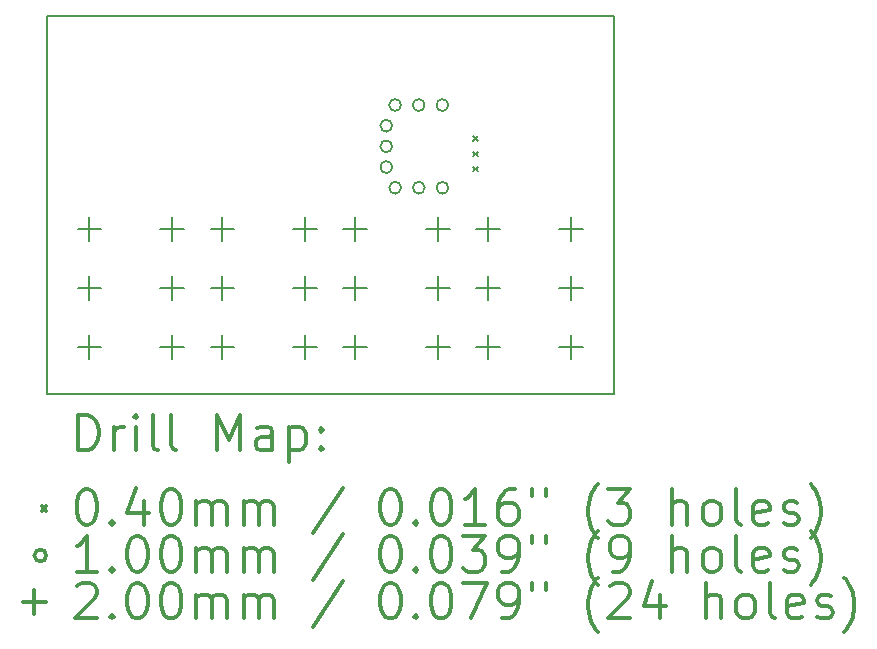
<source format=gbr>
%FSLAX45Y45*%
G04 Gerber Fmt 4.5, Leading zero omitted, Abs format (unit mm)*
G04 Created by KiCad (PCBNEW 4.0.5) date 02/13/17 16:30:59*
%MOMM*%
%LPD*%
G01*
G04 APERTURE LIST*
%ADD10C,0.127000*%
%ADD11C,0.150000*%
%ADD12C,0.200000*%
%ADD13C,0.300000*%
G04 APERTURE END LIST*
D10*
D11*
X6710000Y-10290000D02*
X6710000Y-13490000D01*
X11510000Y-10290000D02*
X6710000Y-10290000D01*
X11510000Y-13490000D02*
X11510000Y-10290000D01*
X11510000Y-13490000D02*
X6710000Y-13490000D01*
D12*
X10319000Y-11306000D02*
X10359000Y-11346000D01*
X10359000Y-11306000D02*
X10319000Y-11346000D01*
X10319000Y-11434000D02*
X10359000Y-11474000D01*
X10359000Y-11434000D02*
X10319000Y-11474000D01*
X10319000Y-11561000D02*
X10359000Y-11601000D01*
X10359000Y-11561000D02*
X10319000Y-11601000D01*
X9631000Y-11215000D02*
G75*
G03X9631000Y-11215000I-50000J0D01*
G01*
X9631000Y-11390000D02*
G75*
G03X9631000Y-11390000I-50000J0D01*
G01*
X9631000Y-11565000D02*
G75*
G03X9631000Y-11565000I-50000J0D01*
G01*
X9706000Y-11040000D02*
G75*
G03X9706000Y-11040000I-50000J0D01*
G01*
X9706000Y-11740000D02*
G75*
G03X9706000Y-11740000I-50000J0D01*
G01*
X9906000Y-11040000D02*
G75*
G03X9906000Y-11040000I-50000J0D01*
G01*
X9906000Y-11740000D02*
G75*
G03X9906000Y-11740000I-50000J0D01*
G01*
X10106000Y-11040000D02*
G75*
G03X10106000Y-11040000I-50000J0D01*
G01*
X10106000Y-11740000D02*
G75*
G03X10106000Y-11740000I-50000J0D01*
G01*
X7068000Y-11990000D02*
X7068000Y-12190000D01*
X6968000Y-12090000D02*
X7168000Y-12090000D01*
X7068000Y-12490000D02*
X7068000Y-12690000D01*
X6968000Y-12590000D02*
X7168000Y-12590000D01*
X7068000Y-12990000D02*
X7068000Y-13190000D01*
X6968000Y-13090000D02*
X7168000Y-13090000D01*
X7769000Y-11990000D02*
X7769000Y-12190000D01*
X7669000Y-12090000D02*
X7869000Y-12090000D01*
X7769000Y-12490000D02*
X7769000Y-12690000D01*
X7669000Y-12590000D02*
X7869000Y-12590000D01*
X7769000Y-12990000D02*
X7769000Y-13190000D01*
X7669000Y-13090000D02*
X7869000Y-13090000D01*
X8193000Y-11990000D02*
X8193000Y-12190000D01*
X8093000Y-12090000D02*
X8293000Y-12090000D01*
X8193000Y-12490000D02*
X8193000Y-12690000D01*
X8093000Y-12590000D02*
X8293000Y-12590000D01*
X8193000Y-12990000D02*
X8193000Y-13190000D01*
X8093000Y-13090000D02*
X8293000Y-13090000D01*
X8894000Y-11990000D02*
X8894000Y-12190000D01*
X8794000Y-12090000D02*
X8994000Y-12090000D01*
X8894000Y-12490000D02*
X8894000Y-12690000D01*
X8794000Y-12590000D02*
X8994000Y-12590000D01*
X8894000Y-12990000D02*
X8894000Y-13190000D01*
X8794000Y-13090000D02*
X8994000Y-13090000D01*
X9318000Y-11990000D02*
X9318000Y-12190000D01*
X9218000Y-12090000D02*
X9418000Y-12090000D01*
X9318000Y-12490000D02*
X9318000Y-12690000D01*
X9218000Y-12590000D02*
X9418000Y-12590000D01*
X9318000Y-12990000D02*
X9318000Y-13190000D01*
X9218000Y-13090000D02*
X9418000Y-13090000D01*
X10019000Y-11990000D02*
X10019000Y-12190000D01*
X9919000Y-12090000D02*
X10119000Y-12090000D01*
X10019000Y-12490000D02*
X10019000Y-12690000D01*
X9919000Y-12590000D02*
X10119000Y-12590000D01*
X10019000Y-12990000D02*
X10019000Y-13190000D01*
X9919000Y-13090000D02*
X10119000Y-13090000D01*
X10443000Y-11990000D02*
X10443000Y-12190000D01*
X10343000Y-12090000D02*
X10543000Y-12090000D01*
X10443000Y-12490000D02*
X10443000Y-12690000D01*
X10343000Y-12590000D02*
X10543000Y-12590000D01*
X10443000Y-12990000D02*
X10443000Y-13190000D01*
X10343000Y-13090000D02*
X10543000Y-13090000D01*
X11144000Y-11990000D02*
X11144000Y-12190000D01*
X11044000Y-12090000D02*
X11244000Y-12090000D01*
X11144000Y-12490000D02*
X11144000Y-12690000D01*
X11044000Y-12590000D02*
X11244000Y-12590000D01*
X11144000Y-12990000D02*
X11144000Y-13190000D01*
X11044000Y-13090000D02*
X11244000Y-13090000D01*
D13*
X6973928Y-13963214D02*
X6973928Y-13663214D01*
X7045357Y-13663214D01*
X7088214Y-13677500D01*
X7116786Y-13706071D01*
X7131071Y-13734643D01*
X7145357Y-13791786D01*
X7145357Y-13834643D01*
X7131071Y-13891786D01*
X7116786Y-13920357D01*
X7088214Y-13948929D01*
X7045357Y-13963214D01*
X6973928Y-13963214D01*
X7273928Y-13963214D02*
X7273928Y-13763214D01*
X7273928Y-13820357D02*
X7288214Y-13791786D01*
X7302500Y-13777500D01*
X7331071Y-13763214D01*
X7359643Y-13763214D01*
X7459643Y-13963214D02*
X7459643Y-13763214D01*
X7459643Y-13663214D02*
X7445357Y-13677500D01*
X7459643Y-13691786D01*
X7473928Y-13677500D01*
X7459643Y-13663214D01*
X7459643Y-13691786D01*
X7645357Y-13963214D02*
X7616786Y-13948929D01*
X7602500Y-13920357D01*
X7602500Y-13663214D01*
X7802500Y-13963214D02*
X7773928Y-13948929D01*
X7759643Y-13920357D01*
X7759643Y-13663214D01*
X8145357Y-13963214D02*
X8145357Y-13663214D01*
X8245357Y-13877500D01*
X8345357Y-13663214D01*
X8345357Y-13963214D01*
X8616786Y-13963214D02*
X8616786Y-13806071D01*
X8602500Y-13777500D01*
X8573929Y-13763214D01*
X8516786Y-13763214D01*
X8488214Y-13777500D01*
X8616786Y-13948929D02*
X8588214Y-13963214D01*
X8516786Y-13963214D01*
X8488214Y-13948929D01*
X8473929Y-13920357D01*
X8473929Y-13891786D01*
X8488214Y-13863214D01*
X8516786Y-13848929D01*
X8588214Y-13848929D01*
X8616786Y-13834643D01*
X8759643Y-13763214D02*
X8759643Y-14063214D01*
X8759643Y-13777500D02*
X8788214Y-13763214D01*
X8845357Y-13763214D01*
X8873929Y-13777500D01*
X8888214Y-13791786D01*
X8902500Y-13820357D01*
X8902500Y-13906071D01*
X8888214Y-13934643D01*
X8873929Y-13948929D01*
X8845357Y-13963214D01*
X8788214Y-13963214D01*
X8759643Y-13948929D01*
X9031071Y-13934643D02*
X9045357Y-13948929D01*
X9031071Y-13963214D01*
X9016786Y-13948929D01*
X9031071Y-13934643D01*
X9031071Y-13963214D01*
X9031071Y-13777500D02*
X9045357Y-13791786D01*
X9031071Y-13806071D01*
X9016786Y-13791786D01*
X9031071Y-13777500D01*
X9031071Y-13806071D01*
X6662500Y-14437500D02*
X6702500Y-14477500D01*
X6702500Y-14437500D02*
X6662500Y-14477500D01*
X7031071Y-14293214D02*
X7059643Y-14293214D01*
X7088214Y-14307500D01*
X7102500Y-14321786D01*
X7116786Y-14350357D01*
X7131071Y-14407500D01*
X7131071Y-14478929D01*
X7116786Y-14536071D01*
X7102500Y-14564643D01*
X7088214Y-14578929D01*
X7059643Y-14593214D01*
X7031071Y-14593214D01*
X7002500Y-14578929D01*
X6988214Y-14564643D01*
X6973928Y-14536071D01*
X6959643Y-14478929D01*
X6959643Y-14407500D01*
X6973928Y-14350357D01*
X6988214Y-14321786D01*
X7002500Y-14307500D01*
X7031071Y-14293214D01*
X7259643Y-14564643D02*
X7273928Y-14578929D01*
X7259643Y-14593214D01*
X7245357Y-14578929D01*
X7259643Y-14564643D01*
X7259643Y-14593214D01*
X7531071Y-14393214D02*
X7531071Y-14593214D01*
X7459643Y-14278929D02*
X7388214Y-14493214D01*
X7573928Y-14493214D01*
X7745357Y-14293214D02*
X7773928Y-14293214D01*
X7802500Y-14307500D01*
X7816786Y-14321786D01*
X7831071Y-14350357D01*
X7845357Y-14407500D01*
X7845357Y-14478929D01*
X7831071Y-14536071D01*
X7816786Y-14564643D01*
X7802500Y-14578929D01*
X7773928Y-14593214D01*
X7745357Y-14593214D01*
X7716786Y-14578929D01*
X7702500Y-14564643D01*
X7688214Y-14536071D01*
X7673928Y-14478929D01*
X7673928Y-14407500D01*
X7688214Y-14350357D01*
X7702500Y-14321786D01*
X7716786Y-14307500D01*
X7745357Y-14293214D01*
X7973928Y-14593214D02*
X7973928Y-14393214D01*
X7973928Y-14421786D02*
X7988214Y-14407500D01*
X8016786Y-14393214D01*
X8059643Y-14393214D01*
X8088214Y-14407500D01*
X8102500Y-14436071D01*
X8102500Y-14593214D01*
X8102500Y-14436071D02*
X8116786Y-14407500D01*
X8145357Y-14393214D01*
X8188214Y-14393214D01*
X8216786Y-14407500D01*
X8231071Y-14436071D01*
X8231071Y-14593214D01*
X8373928Y-14593214D02*
X8373928Y-14393214D01*
X8373928Y-14421786D02*
X8388214Y-14407500D01*
X8416786Y-14393214D01*
X8459643Y-14393214D01*
X8488214Y-14407500D01*
X8502500Y-14436071D01*
X8502500Y-14593214D01*
X8502500Y-14436071D02*
X8516786Y-14407500D01*
X8545357Y-14393214D01*
X8588214Y-14393214D01*
X8616786Y-14407500D01*
X8631071Y-14436071D01*
X8631071Y-14593214D01*
X9216786Y-14278929D02*
X8959643Y-14664643D01*
X9602500Y-14293214D02*
X9631071Y-14293214D01*
X9659643Y-14307500D01*
X9673928Y-14321786D01*
X9688214Y-14350357D01*
X9702500Y-14407500D01*
X9702500Y-14478929D01*
X9688214Y-14536071D01*
X9673928Y-14564643D01*
X9659643Y-14578929D01*
X9631071Y-14593214D01*
X9602500Y-14593214D01*
X9573928Y-14578929D01*
X9559643Y-14564643D01*
X9545357Y-14536071D01*
X9531071Y-14478929D01*
X9531071Y-14407500D01*
X9545357Y-14350357D01*
X9559643Y-14321786D01*
X9573928Y-14307500D01*
X9602500Y-14293214D01*
X9831071Y-14564643D02*
X9845357Y-14578929D01*
X9831071Y-14593214D01*
X9816786Y-14578929D01*
X9831071Y-14564643D01*
X9831071Y-14593214D01*
X10031071Y-14293214D02*
X10059643Y-14293214D01*
X10088214Y-14307500D01*
X10102500Y-14321786D01*
X10116786Y-14350357D01*
X10131071Y-14407500D01*
X10131071Y-14478929D01*
X10116786Y-14536071D01*
X10102500Y-14564643D01*
X10088214Y-14578929D01*
X10059643Y-14593214D01*
X10031071Y-14593214D01*
X10002500Y-14578929D01*
X9988214Y-14564643D01*
X9973928Y-14536071D01*
X9959643Y-14478929D01*
X9959643Y-14407500D01*
X9973928Y-14350357D01*
X9988214Y-14321786D01*
X10002500Y-14307500D01*
X10031071Y-14293214D01*
X10416786Y-14593214D02*
X10245357Y-14593214D01*
X10331071Y-14593214D02*
X10331071Y-14293214D01*
X10302500Y-14336071D01*
X10273928Y-14364643D01*
X10245357Y-14378929D01*
X10673928Y-14293214D02*
X10616786Y-14293214D01*
X10588214Y-14307500D01*
X10573928Y-14321786D01*
X10545357Y-14364643D01*
X10531071Y-14421786D01*
X10531071Y-14536071D01*
X10545357Y-14564643D01*
X10559643Y-14578929D01*
X10588214Y-14593214D01*
X10645357Y-14593214D01*
X10673928Y-14578929D01*
X10688214Y-14564643D01*
X10702500Y-14536071D01*
X10702500Y-14464643D01*
X10688214Y-14436071D01*
X10673928Y-14421786D01*
X10645357Y-14407500D01*
X10588214Y-14407500D01*
X10559643Y-14421786D01*
X10545357Y-14436071D01*
X10531071Y-14464643D01*
X10816786Y-14293214D02*
X10816786Y-14350357D01*
X10931071Y-14293214D02*
X10931071Y-14350357D01*
X11373928Y-14707500D02*
X11359643Y-14693214D01*
X11331071Y-14650357D01*
X11316785Y-14621786D01*
X11302500Y-14578929D01*
X11288214Y-14507500D01*
X11288214Y-14450357D01*
X11302500Y-14378929D01*
X11316785Y-14336071D01*
X11331071Y-14307500D01*
X11359643Y-14264643D01*
X11373928Y-14250357D01*
X11459643Y-14293214D02*
X11645357Y-14293214D01*
X11545357Y-14407500D01*
X11588214Y-14407500D01*
X11616785Y-14421786D01*
X11631071Y-14436071D01*
X11645357Y-14464643D01*
X11645357Y-14536071D01*
X11631071Y-14564643D01*
X11616785Y-14578929D01*
X11588214Y-14593214D01*
X11502500Y-14593214D01*
X11473928Y-14578929D01*
X11459643Y-14564643D01*
X12002500Y-14593214D02*
X12002500Y-14293214D01*
X12131071Y-14593214D02*
X12131071Y-14436071D01*
X12116785Y-14407500D01*
X12088214Y-14393214D01*
X12045357Y-14393214D01*
X12016785Y-14407500D01*
X12002500Y-14421786D01*
X12316785Y-14593214D02*
X12288214Y-14578929D01*
X12273928Y-14564643D01*
X12259643Y-14536071D01*
X12259643Y-14450357D01*
X12273928Y-14421786D01*
X12288214Y-14407500D01*
X12316785Y-14393214D01*
X12359643Y-14393214D01*
X12388214Y-14407500D01*
X12402500Y-14421786D01*
X12416785Y-14450357D01*
X12416785Y-14536071D01*
X12402500Y-14564643D01*
X12388214Y-14578929D01*
X12359643Y-14593214D01*
X12316785Y-14593214D01*
X12588214Y-14593214D02*
X12559643Y-14578929D01*
X12545357Y-14550357D01*
X12545357Y-14293214D01*
X12816786Y-14578929D02*
X12788214Y-14593214D01*
X12731071Y-14593214D01*
X12702500Y-14578929D01*
X12688214Y-14550357D01*
X12688214Y-14436071D01*
X12702500Y-14407500D01*
X12731071Y-14393214D01*
X12788214Y-14393214D01*
X12816786Y-14407500D01*
X12831071Y-14436071D01*
X12831071Y-14464643D01*
X12688214Y-14493214D01*
X12945357Y-14578929D02*
X12973928Y-14593214D01*
X13031071Y-14593214D01*
X13059643Y-14578929D01*
X13073928Y-14550357D01*
X13073928Y-14536071D01*
X13059643Y-14507500D01*
X13031071Y-14493214D01*
X12988214Y-14493214D01*
X12959643Y-14478929D01*
X12945357Y-14450357D01*
X12945357Y-14436071D01*
X12959643Y-14407500D01*
X12988214Y-14393214D01*
X13031071Y-14393214D01*
X13059643Y-14407500D01*
X13173928Y-14707500D02*
X13188214Y-14693214D01*
X13216786Y-14650357D01*
X13231071Y-14621786D01*
X13245357Y-14578929D01*
X13259643Y-14507500D01*
X13259643Y-14450357D01*
X13245357Y-14378929D01*
X13231071Y-14336071D01*
X13216786Y-14307500D01*
X13188214Y-14264643D01*
X13173928Y-14250357D01*
X6702500Y-14853500D02*
G75*
G03X6702500Y-14853500I-50000J0D01*
G01*
X7131071Y-14989214D02*
X6959643Y-14989214D01*
X7045357Y-14989214D02*
X7045357Y-14689214D01*
X7016786Y-14732071D01*
X6988214Y-14760643D01*
X6959643Y-14774929D01*
X7259643Y-14960643D02*
X7273928Y-14974929D01*
X7259643Y-14989214D01*
X7245357Y-14974929D01*
X7259643Y-14960643D01*
X7259643Y-14989214D01*
X7459643Y-14689214D02*
X7488214Y-14689214D01*
X7516786Y-14703500D01*
X7531071Y-14717786D01*
X7545357Y-14746357D01*
X7559643Y-14803500D01*
X7559643Y-14874929D01*
X7545357Y-14932071D01*
X7531071Y-14960643D01*
X7516786Y-14974929D01*
X7488214Y-14989214D01*
X7459643Y-14989214D01*
X7431071Y-14974929D01*
X7416786Y-14960643D01*
X7402500Y-14932071D01*
X7388214Y-14874929D01*
X7388214Y-14803500D01*
X7402500Y-14746357D01*
X7416786Y-14717786D01*
X7431071Y-14703500D01*
X7459643Y-14689214D01*
X7745357Y-14689214D02*
X7773928Y-14689214D01*
X7802500Y-14703500D01*
X7816786Y-14717786D01*
X7831071Y-14746357D01*
X7845357Y-14803500D01*
X7845357Y-14874929D01*
X7831071Y-14932071D01*
X7816786Y-14960643D01*
X7802500Y-14974929D01*
X7773928Y-14989214D01*
X7745357Y-14989214D01*
X7716786Y-14974929D01*
X7702500Y-14960643D01*
X7688214Y-14932071D01*
X7673928Y-14874929D01*
X7673928Y-14803500D01*
X7688214Y-14746357D01*
X7702500Y-14717786D01*
X7716786Y-14703500D01*
X7745357Y-14689214D01*
X7973928Y-14989214D02*
X7973928Y-14789214D01*
X7973928Y-14817786D02*
X7988214Y-14803500D01*
X8016786Y-14789214D01*
X8059643Y-14789214D01*
X8088214Y-14803500D01*
X8102500Y-14832071D01*
X8102500Y-14989214D01*
X8102500Y-14832071D02*
X8116786Y-14803500D01*
X8145357Y-14789214D01*
X8188214Y-14789214D01*
X8216786Y-14803500D01*
X8231071Y-14832071D01*
X8231071Y-14989214D01*
X8373928Y-14989214D02*
X8373928Y-14789214D01*
X8373928Y-14817786D02*
X8388214Y-14803500D01*
X8416786Y-14789214D01*
X8459643Y-14789214D01*
X8488214Y-14803500D01*
X8502500Y-14832071D01*
X8502500Y-14989214D01*
X8502500Y-14832071D02*
X8516786Y-14803500D01*
X8545357Y-14789214D01*
X8588214Y-14789214D01*
X8616786Y-14803500D01*
X8631071Y-14832071D01*
X8631071Y-14989214D01*
X9216786Y-14674929D02*
X8959643Y-15060643D01*
X9602500Y-14689214D02*
X9631071Y-14689214D01*
X9659643Y-14703500D01*
X9673928Y-14717786D01*
X9688214Y-14746357D01*
X9702500Y-14803500D01*
X9702500Y-14874929D01*
X9688214Y-14932071D01*
X9673928Y-14960643D01*
X9659643Y-14974929D01*
X9631071Y-14989214D01*
X9602500Y-14989214D01*
X9573928Y-14974929D01*
X9559643Y-14960643D01*
X9545357Y-14932071D01*
X9531071Y-14874929D01*
X9531071Y-14803500D01*
X9545357Y-14746357D01*
X9559643Y-14717786D01*
X9573928Y-14703500D01*
X9602500Y-14689214D01*
X9831071Y-14960643D02*
X9845357Y-14974929D01*
X9831071Y-14989214D01*
X9816786Y-14974929D01*
X9831071Y-14960643D01*
X9831071Y-14989214D01*
X10031071Y-14689214D02*
X10059643Y-14689214D01*
X10088214Y-14703500D01*
X10102500Y-14717786D01*
X10116786Y-14746357D01*
X10131071Y-14803500D01*
X10131071Y-14874929D01*
X10116786Y-14932071D01*
X10102500Y-14960643D01*
X10088214Y-14974929D01*
X10059643Y-14989214D01*
X10031071Y-14989214D01*
X10002500Y-14974929D01*
X9988214Y-14960643D01*
X9973928Y-14932071D01*
X9959643Y-14874929D01*
X9959643Y-14803500D01*
X9973928Y-14746357D01*
X9988214Y-14717786D01*
X10002500Y-14703500D01*
X10031071Y-14689214D01*
X10231071Y-14689214D02*
X10416786Y-14689214D01*
X10316786Y-14803500D01*
X10359643Y-14803500D01*
X10388214Y-14817786D01*
X10402500Y-14832071D01*
X10416786Y-14860643D01*
X10416786Y-14932071D01*
X10402500Y-14960643D01*
X10388214Y-14974929D01*
X10359643Y-14989214D01*
X10273928Y-14989214D01*
X10245357Y-14974929D01*
X10231071Y-14960643D01*
X10559643Y-14989214D02*
X10616786Y-14989214D01*
X10645357Y-14974929D01*
X10659643Y-14960643D01*
X10688214Y-14917786D01*
X10702500Y-14860643D01*
X10702500Y-14746357D01*
X10688214Y-14717786D01*
X10673928Y-14703500D01*
X10645357Y-14689214D01*
X10588214Y-14689214D01*
X10559643Y-14703500D01*
X10545357Y-14717786D01*
X10531071Y-14746357D01*
X10531071Y-14817786D01*
X10545357Y-14846357D01*
X10559643Y-14860643D01*
X10588214Y-14874929D01*
X10645357Y-14874929D01*
X10673928Y-14860643D01*
X10688214Y-14846357D01*
X10702500Y-14817786D01*
X10816786Y-14689214D02*
X10816786Y-14746357D01*
X10931071Y-14689214D02*
X10931071Y-14746357D01*
X11373928Y-15103500D02*
X11359643Y-15089214D01*
X11331071Y-15046357D01*
X11316785Y-15017786D01*
X11302500Y-14974929D01*
X11288214Y-14903500D01*
X11288214Y-14846357D01*
X11302500Y-14774929D01*
X11316785Y-14732071D01*
X11331071Y-14703500D01*
X11359643Y-14660643D01*
X11373928Y-14646357D01*
X11502500Y-14989214D02*
X11559643Y-14989214D01*
X11588214Y-14974929D01*
X11602500Y-14960643D01*
X11631071Y-14917786D01*
X11645357Y-14860643D01*
X11645357Y-14746357D01*
X11631071Y-14717786D01*
X11616785Y-14703500D01*
X11588214Y-14689214D01*
X11531071Y-14689214D01*
X11502500Y-14703500D01*
X11488214Y-14717786D01*
X11473928Y-14746357D01*
X11473928Y-14817786D01*
X11488214Y-14846357D01*
X11502500Y-14860643D01*
X11531071Y-14874929D01*
X11588214Y-14874929D01*
X11616785Y-14860643D01*
X11631071Y-14846357D01*
X11645357Y-14817786D01*
X12002500Y-14989214D02*
X12002500Y-14689214D01*
X12131071Y-14989214D02*
X12131071Y-14832071D01*
X12116785Y-14803500D01*
X12088214Y-14789214D01*
X12045357Y-14789214D01*
X12016785Y-14803500D01*
X12002500Y-14817786D01*
X12316785Y-14989214D02*
X12288214Y-14974929D01*
X12273928Y-14960643D01*
X12259643Y-14932071D01*
X12259643Y-14846357D01*
X12273928Y-14817786D01*
X12288214Y-14803500D01*
X12316785Y-14789214D01*
X12359643Y-14789214D01*
X12388214Y-14803500D01*
X12402500Y-14817786D01*
X12416785Y-14846357D01*
X12416785Y-14932071D01*
X12402500Y-14960643D01*
X12388214Y-14974929D01*
X12359643Y-14989214D01*
X12316785Y-14989214D01*
X12588214Y-14989214D02*
X12559643Y-14974929D01*
X12545357Y-14946357D01*
X12545357Y-14689214D01*
X12816786Y-14974929D02*
X12788214Y-14989214D01*
X12731071Y-14989214D01*
X12702500Y-14974929D01*
X12688214Y-14946357D01*
X12688214Y-14832071D01*
X12702500Y-14803500D01*
X12731071Y-14789214D01*
X12788214Y-14789214D01*
X12816786Y-14803500D01*
X12831071Y-14832071D01*
X12831071Y-14860643D01*
X12688214Y-14889214D01*
X12945357Y-14974929D02*
X12973928Y-14989214D01*
X13031071Y-14989214D01*
X13059643Y-14974929D01*
X13073928Y-14946357D01*
X13073928Y-14932071D01*
X13059643Y-14903500D01*
X13031071Y-14889214D01*
X12988214Y-14889214D01*
X12959643Y-14874929D01*
X12945357Y-14846357D01*
X12945357Y-14832071D01*
X12959643Y-14803500D01*
X12988214Y-14789214D01*
X13031071Y-14789214D01*
X13059643Y-14803500D01*
X13173928Y-15103500D02*
X13188214Y-15089214D01*
X13216786Y-15046357D01*
X13231071Y-15017786D01*
X13245357Y-14974929D01*
X13259643Y-14903500D01*
X13259643Y-14846357D01*
X13245357Y-14774929D01*
X13231071Y-14732071D01*
X13216786Y-14703500D01*
X13188214Y-14660643D01*
X13173928Y-14646357D01*
X6602500Y-15149500D02*
X6602500Y-15349500D01*
X6502500Y-15249500D02*
X6702500Y-15249500D01*
X6959643Y-15113786D02*
X6973928Y-15099500D01*
X7002500Y-15085214D01*
X7073928Y-15085214D01*
X7102500Y-15099500D01*
X7116786Y-15113786D01*
X7131071Y-15142357D01*
X7131071Y-15170929D01*
X7116786Y-15213786D01*
X6945357Y-15385214D01*
X7131071Y-15385214D01*
X7259643Y-15356643D02*
X7273928Y-15370929D01*
X7259643Y-15385214D01*
X7245357Y-15370929D01*
X7259643Y-15356643D01*
X7259643Y-15385214D01*
X7459643Y-15085214D02*
X7488214Y-15085214D01*
X7516786Y-15099500D01*
X7531071Y-15113786D01*
X7545357Y-15142357D01*
X7559643Y-15199500D01*
X7559643Y-15270929D01*
X7545357Y-15328071D01*
X7531071Y-15356643D01*
X7516786Y-15370929D01*
X7488214Y-15385214D01*
X7459643Y-15385214D01*
X7431071Y-15370929D01*
X7416786Y-15356643D01*
X7402500Y-15328071D01*
X7388214Y-15270929D01*
X7388214Y-15199500D01*
X7402500Y-15142357D01*
X7416786Y-15113786D01*
X7431071Y-15099500D01*
X7459643Y-15085214D01*
X7745357Y-15085214D02*
X7773928Y-15085214D01*
X7802500Y-15099500D01*
X7816786Y-15113786D01*
X7831071Y-15142357D01*
X7845357Y-15199500D01*
X7845357Y-15270929D01*
X7831071Y-15328071D01*
X7816786Y-15356643D01*
X7802500Y-15370929D01*
X7773928Y-15385214D01*
X7745357Y-15385214D01*
X7716786Y-15370929D01*
X7702500Y-15356643D01*
X7688214Y-15328071D01*
X7673928Y-15270929D01*
X7673928Y-15199500D01*
X7688214Y-15142357D01*
X7702500Y-15113786D01*
X7716786Y-15099500D01*
X7745357Y-15085214D01*
X7973928Y-15385214D02*
X7973928Y-15185214D01*
X7973928Y-15213786D02*
X7988214Y-15199500D01*
X8016786Y-15185214D01*
X8059643Y-15185214D01*
X8088214Y-15199500D01*
X8102500Y-15228071D01*
X8102500Y-15385214D01*
X8102500Y-15228071D02*
X8116786Y-15199500D01*
X8145357Y-15185214D01*
X8188214Y-15185214D01*
X8216786Y-15199500D01*
X8231071Y-15228071D01*
X8231071Y-15385214D01*
X8373928Y-15385214D02*
X8373928Y-15185214D01*
X8373928Y-15213786D02*
X8388214Y-15199500D01*
X8416786Y-15185214D01*
X8459643Y-15185214D01*
X8488214Y-15199500D01*
X8502500Y-15228071D01*
X8502500Y-15385214D01*
X8502500Y-15228071D02*
X8516786Y-15199500D01*
X8545357Y-15185214D01*
X8588214Y-15185214D01*
X8616786Y-15199500D01*
X8631071Y-15228071D01*
X8631071Y-15385214D01*
X9216786Y-15070929D02*
X8959643Y-15456643D01*
X9602500Y-15085214D02*
X9631071Y-15085214D01*
X9659643Y-15099500D01*
X9673928Y-15113786D01*
X9688214Y-15142357D01*
X9702500Y-15199500D01*
X9702500Y-15270929D01*
X9688214Y-15328071D01*
X9673928Y-15356643D01*
X9659643Y-15370929D01*
X9631071Y-15385214D01*
X9602500Y-15385214D01*
X9573928Y-15370929D01*
X9559643Y-15356643D01*
X9545357Y-15328071D01*
X9531071Y-15270929D01*
X9531071Y-15199500D01*
X9545357Y-15142357D01*
X9559643Y-15113786D01*
X9573928Y-15099500D01*
X9602500Y-15085214D01*
X9831071Y-15356643D02*
X9845357Y-15370929D01*
X9831071Y-15385214D01*
X9816786Y-15370929D01*
X9831071Y-15356643D01*
X9831071Y-15385214D01*
X10031071Y-15085214D02*
X10059643Y-15085214D01*
X10088214Y-15099500D01*
X10102500Y-15113786D01*
X10116786Y-15142357D01*
X10131071Y-15199500D01*
X10131071Y-15270929D01*
X10116786Y-15328071D01*
X10102500Y-15356643D01*
X10088214Y-15370929D01*
X10059643Y-15385214D01*
X10031071Y-15385214D01*
X10002500Y-15370929D01*
X9988214Y-15356643D01*
X9973928Y-15328071D01*
X9959643Y-15270929D01*
X9959643Y-15199500D01*
X9973928Y-15142357D01*
X9988214Y-15113786D01*
X10002500Y-15099500D01*
X10031071Y-15085214D01*
X10231071Y-15085214D02*
X10431071Y-15085214D01*
X10302500Y-15385214D01*
X10559643Y-15385214D02*
X10616786Y-15385214D01*
X10645357Y-15370929D01*
X10659643Y-15356643D01*
X10688214Y-15313786D01*
X10702500Y-15256643D01*
X10702500Y-15142357D01*
X10688214Y-15113786D01*
X10673928Y-15099500D01*
X10645357Y-15085214D01*
X10588214Y-15085214D01*
X10559643Y-15099500D01*
X10545357Y-15113786D01*
X10531071Y-15142357D01*
X10531071Y-15213786D01*
X10545357Y-15242357D01*
X10559643Y-15256643D01*
X10588214Y-15270929D01*
X10645357Y-15270929D01*
X10673928Y-15256643D01*
X10688214Y-15242357D01*
X10702500Y-15213786D01*
X10816786Y-15085214D02*
X10816786Y-15142357D01*
X10931071Y-15085214D02*
X10931071Y-15142357D01*
X11373928Y-15499500D02*
X11359643Y-15485214D01*
X11331071Y-15442357D01*
X11316785Y-15413786D01*
X11302500Y-15370929D01*
X11288214Y-15299500D01*
X11288214Y-15242357D01*
X11302500Y-15170929D01*
X11316785Y-15128071D01*
X11331071Y-15099500D01*
X11359643Y-15056643D01*
X11373928Y-15042357D01*
X11473928Y-15113786D02*
X11488214Y-15099500D01*
X11516785Y-15085214D01*
X11588214Y-15085214D01*
X11616785Y-15099500D01*
X11631071Y-15113786D01*
X11645357Y-15142357D01*
X11645357Y-15170929D01*
X11631071Y-15213786D01*
X11459643Y-15385214D01*
X11645357Y-15385214D01*
X11902500Y-15185214D02*
X11902500Y-15385214D01*
X11831071Y-15070929D02*
X11759643Y-15285214D01*
X11945357Y-15285214D01*
X12288214Y-15385214D02*
X12288214Y-15085214D01*
X12416785Y-15385214D02*
X12416785Y-15228071D01*
X12402500Y-15199500D01*
X12373928Y-15185214D01*
X12331071Y-15185214D01*
X12302500Y-15199500D01*
X12288214Y-15213786D01*
X12602500Y-15385214D02*
X12573928Y-15370929D01*
X12559643Y-15356643D01*
X12545357Y-15328071D01*
X12545357Y-15242357D01*
X12559643Y-15213786D01*
X12573928Y-15199500D01*
X12602500Y-15185214D01*
X12645357Y-15185214D01*
X12673928Y-15199500D01*
X12688214Y-15213786D01*
X12702500Y-15242357D01*
X12702500Y-15328071D01*
X12688214Y-15356643D01*
X12673928Y-15370929D01*
X12645357Y-15385214D01*
X12602500Y-15385214D01*
X12873928Y-15385214D02*
X12845357Y-15370929D01*
X12831071Y-15342357D01*
X12831071Y-15085214D01*
X13102500Y-15370929D02*
X13073928Y-15385214D01*
X13016786Y-15385214D01*
X12988214Y-15370929D01*
X12973928Y-15342357D01*
X12973928Y-15228071D01*
X12988214Y-15199500D01*
X13016786Y-15185214D01*
X13073928Y-15185214D01*
X13102500Y-15199500D01*
X13116786Y-15228071D01*
X13116786Y-15256643D01*
X12973928Y-15285214D01*
X13231071Y-15370929D02*
X13259643Y-15385214D01*
X13316786Y-15385214D01*
X13345357Y-15370929D01*
X13359643Y-15342357D01*
X13359643Y-15328071D01*
X13345357Y-15299500D01*
X13316786Y-15285214D01*
X13273928Y-15285214D01*
X13245357Y-15270929D01*
X13231071Y-15242357D01*
X13231071Y-15228071D01*
X13245357Y-15199500D01*
X13273928Y-15185214D01*
X13316786Y-15185214D01*
X13345357Y-15199500D01*
X13459643Y-15499500D02*
X13473928Y-15485214D01*
X13502500Y-15442357D01*
X13516786Y-15413786D01*
X13531071Y-15370929D01*
X13545357Y-15299500D01*
X13545357Y-15242357D01*
X13531071Y-15170929D01*
X13516786Y-15128071D01*
X13502500Y-15099500D01*
X13473928Y-15056643D01*
X13459643Y-15042357D01*
M02*

</source>
